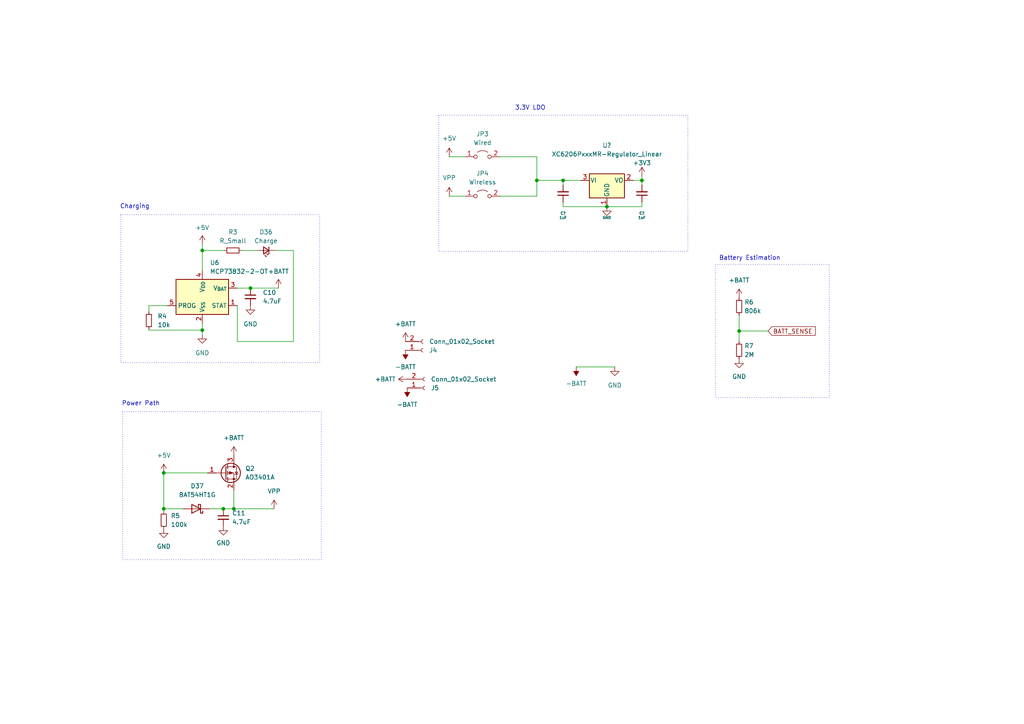
<source format=kicad_sch>
(kicad_sch (version 20230121) (generator eeschema)
  (paper "A4")
  (lib_symbols
    (symbol "+5V_1" (power) (pin_names (offset 0))
      (property "Value" "+5V_1" (at 0 3.556 0))
      (symbol "+5V_1_0_1"
        (polyline (pts (xy -0.762 1.27) (xy 0 2.54)))
        (polyline (pts (xy 0 0) (xy 0 2.54)))
        (polyline (pts (xy 0 2.54) (xy 0.762 1.27)))
      )
      (symbol "+5V_1_1_1"
        (pin power_in line (at 0 0 90) (length 0) hide (name "+5V") (number "1"))
      )
    )
    (symbol "+5V_2" (power) (pin_names (offset 0))
      (property "Value" "+5V_2" (at 0 3.556 0))
      (symbol "+5V_2_0_1"
        (polyline (pts (xy -0.762 1.27) (xy 0 2.54)))
        (polyline (pts (xy 0 0) (xy 0 2.54)))
        (polyline (pts (xy 0 2.54) (xy 0.762 1.27)))
      )
      (symbol "+5V_2_1_1"
        (pin power_in line (at 0 0 90) (length 0) hide (name "+5V") (number "1"))
      )
    )
    (symbol "+5V_3" (power) (pin_names (offset 0))
      (property "Value" "+5V_3" (at 0 3.556 0))
      (symbol "+5V_3_0_1"
        (polyline (pts (xy -0.762 1.27) (xy 0 2.54)))
        (polyline (pts (xy 0 0) (xy 0 2.54)))
        (polyline (pts (xy 0 2.54) (xy 0.762 1.27)))
      )
      (symbol "+5V_3_1_1"
        (pin power_in line (at 0 0 90) (length 0) hide (name "+5V") (number "1"))
      )
    )
    (symbol "Battery_Management:MCP73832-2-OT"
      (property "Reference" "U" (at -7.62 6.35 0))
      (property "Value" "MCP73832-2-OT" (at 1.27 6.35 0))
      (symbol "MCP73832-2-OT_0_1"
        (rectangle (start -7.62 5.08) (end 7.62 -5.08) (stroke (width 0.254)) (fill (type background)))
      )
      (symbol "MCP73832-2-OT_1_1"
        (pin output line (at 10.16 -2.54 180) (length 2.54) (name "STAT") (number "1"))
        (pin power_in line (at 0 -7.62 90) (length 2.54) (name "V_{SS}") (number "2"))
        (pin power_out line (at 10.16 2.54 180) (length 2.54) (name "V_{BAT}") (number "3"))
        (pin power_in line (at 0 7.62 270) (length 2.54) (name "V_{DD}") (number "4"))
        (pin input line (at -10.16 -2.54 0) (length 2.54) (name "PROG") (number "5"))
      )
    )
    (symbol "Connector:Conn_01x02_Socket" (pin_names (offset 1.016) hide)
      (property "Reference" "J" (at 0 2.54 0))
      (property "Value" "Conn_01x02_Socket" (at 0 -5.08 0))
      (symbol "Conn_01x02_Socket_1_1"
        (arc (start 0 -2.032) (mid -0.5058 -2.54) (end 0 -3.048) (stroke (width 0.1524)))
        (polyline (pts (xy -1.27 -2.54) (xy -0.508 -2.54)) (stroke (width 0.1524)))
        (polyline (pts (xy -1.27 0) (xy -0.508 0)) (stroke (width 0.1524)))
        (arc (start 0 0.508) (mid -0.5058 0) (end 0 -0.508) (stroke (width 0.1524)))
        (pin passive line (at -5.08 0 0) (length 3.81) (name "Pin_1") (number "1"))
        (pin passive line (at -5.08 -2.54 0) (length 3.81) (name "Pin_2") (number "2"))
      )
    )
    (symbol "Device:C_Small" (pin_numbers hide) (pin_names (offset 0.254) hide)
      (property "Reference" "C" (at 0.254 1.778 0))
      (property "Value" "C_Small" (at 0.254 -2.032 0))
      (symbol "C_Small_0_1"
        (polyline (pts (xy -1.524 -0.508) (xy 1.524 -0.508)) (stroke (width 0.3302)))
        (polyline (pts (xy -1.524 0.508) (xy 1.524 0.508)) (stroke (width 0.3048)))
      )
      (symbol "C_Small_1_1"
        (pin passive line (at 0 2.54 270) (length 2.032) (name "~") (number "1"))
        (pin passive line (at 0 -2.54 90) (length 2.032) (name "~") (number "2"))
      )
    )
    (symbol "Device:D_Schottky" (pin_numbers hide) (pin_names (offset 1.016) hide)
      (property "Reference" "D" (at 0 2.54 0))
      (property "Value" "D_Schottky" (at 0 -2.54 0))
      (symbol "D_Schottky_0_1"
        (polyline (pts (xy 1.27 0) (xy -1.27 0)))
        (polyline (pts (xy 1.27 1.27) (xy 1.27 -1.27) (xy -1.27 0) (xy 1.27 1.27)) (stroke (width 0.254)))
        (polyline (pts (xy -1.905 0.635) (xy -1.905 1.27) (xy -1.27 1.27) (xy -1.27 -1.27) (xy -0.635 -1.27) (xy -0.635 -0.635)) (stroke (width 0.254)))
      )
      (symbol "D_Schottky_1_1"
        (pin passive line (at -3.81 0 0) (length 2.54) (name "K") (number "1"))
        (pin passive line (at 3.81 0 180) (length 2.54) (name "A") (number "2"))
      )
    )
    (symbol "Device:LED_Small" (pin_numbers hide) (pin_names (offset 0.254) hide)
      (property "Reference" "D" (at -1.27 3.175 0))
      (property "Value" "LED_Small" (at -4.445 -2.54 0))
      (symbol "LED_Small_0_1"
        (polyline (pts (xy -0.762 -1.016) (xy -0.762 1.016)) (stroke (width 0.254)))
        (polyline (pts (xy 1.016 0) (xy -0.762 0)))
        (polyline (pts (xy 0.762 -1.016) (xy -0.762 0) (xy 0.762 1.016) (xy 0.762 -1.016)) (stroke (width 0.254)))
        (polyline (pts (xy 0 0.762) (xy -0.508 1.27) (xy -0.254 1.27) (xy -0.508 1.27) (xy -0.508 1.016)))
        (polyline (pts (xy 0.508 1.27) (xy 0 1.778) (xy 0.254 1.778) (xy 0 1.778) (xy 0 1.524)))
      )
      (symbol "LED_Small_1_1"
        (pin passive line (at -2.54 0 0) (length 1.778) (name "K") (number "1"))
        (pin passive line (at 2.54 0 180) (length 1.778) (name "A") (number "2"))
      )
    )
    (symbol "Device:R_Small" (pin_numbers hide) (pin_names (offset 0.254) hide)
      (property "Reference" "R" (at 0.762 0.508 0))
      (property "Value" "R_Small" (at 0.762 -1.016 0))
      (symbol "R_Small_0_1"
        (rectangle (start -0.762 1.778) (end 0.762 -1.778) (stroke (width 0.2032)))
      )
      (symbol "R_Small_1_1"
        (pin passive line (at 0 2.54 270) (length 0.762) (name "~") (number "1"))
        (pin passive line (at 0 -2.54 90) (length 0.762) (name "~") (number "2"))
      )
    )
    (symbol "Jumper:Jumper_2_Open" (pin_names (offset 0) hide)
      (property "Reference" "JP" (at 0 2.794 0))
      (property "Value" "Jumper_2_Open" (at 0 -2.286 0))
      (symbol "Jumper_2_Open_0_0"
        (circle (center -2.032 0) (radius 0.508))
        (circle (center 2.032 0) (radius 0.508))
      )
      (symbol "Jumper_2_Open_0_1"
        (arc (start 1.524 1.27) (mid 0 1.778) (end -1.524 1.27))
      )
      (symbol "Jumper_2_Open_1_1"
        (pin passive line (at -5.08 0 0) (length 2.54) (name "A") (number "1"))
        (pin passive line (at 5.08 0 180) (length 2.54) (name "B") (number "2"))
      )
    )
    (symbol "Transistor_FET:AO3401A" (pin_names hide)
      (property "Reference" "Q" (at 5.08 1.905 0))
      (property "Value" "AO3401A" (at 5.08 0 0))
      (symbol "AO3401A_0_1"
        (polyline (pts (xy 0.254 0) (xy -2.54 0)))
        (polyline (pts (xy 0.254 1.905) (xy 0.254 -1.905)) (stroke (width 0.254)))
        (polyline (pts (xy 0.762 -1.27) (xy 0.762 -2.286)) (stroke (width 0.254)))
        (polyline (pts (xy 0.762 0.508) (xy 0.762 -0.508)) (stroke (width 0.254)))
        (polyline (pts (xy 0.762 2.286) (xy 0.762 1.27)) (stroke (width 0.254)))
        (polyline (pts (xy 2.54 2.54) (xy 2.54 1.778)))
        (polyline (pts (xy 2.54 -2.54) (xy 2.54 0) (xy 0.762 0)))
        (polyline (pts (xy 0.762 1.778) (xy 3.302 1.778) (xy 3.302 -1.778) (xy 0.762 -1.778)))
        (polyline (pts (xy 2.286 0) (xy 1.27 0.381) (xy 1.27 -0.381) (xy 2.286 0)) (fill (type outline)))
        (polyline (pts (xy 2.794 -0.508) (xy 2.921 -0.381) (xy 3.683 -0.381) (xy 3.81 -0.254)))
        (polyline (pts (xy 3.302 -0.381) (xy 2.921 0.254) (xy 3.683 0.254) (xy 3.302 -0.381)))
        (circle (center 1.651 0) (radius 2.794) (stroke (width 0.254)))
        (circle (center 2.54 -1.778) (radius 0.254) (fill (type outline)))
        (circle (center 2.54 1.778) (radius 0.254) (fill (type outline)))
      )
      (symbol "AO3401A_1_1"
        (pin input line (at -5.08 0 0) (length 2.54) (name "G") (number "1"))
        (pin passive line (at 2.54 -5.08 90) (length 2.54) (name "S") (number "2"))
        (pin passive line (at 2.54 5.08 270) (length 2.54) (name "D") (number "3"))
      )
    )
    (symbol "kicad-keyboard-parts:XC6206PxxxMR-Regulator_Linear" (pin_names (offset 0.254))
      (property "Reference" "U" (at -3.81 3.175 0))
      (property "Value" "XC6206PxxxMR-Regulator_Linear" (at 0 3.175 0))
      (property "LCSC" "C5446" (at 0 0 0))
      (symbol "XC6206PxxxMR-Regulator_Linear_0_1"
        (rectangle (start -5.08 1.905) (end 5.08 -5.08) (stroke (width 0.254)) (fill (type background)))
      )
      (symbol "XC6206PxxxMR-Regulator_Linear_1_1"
        (pin power_in line (at 0 -7.62 90) (length 2.54) (name "GND") (number "1"))
        (pin power_out line (at 7.62 0 180) (length 2.54) (name "VO") (number "2"))
        (pin power_in line (at -7.62 0 0) (length 2.54) (name "VI") (number "3"))
      )
    )
    (symbol "power:+3V3" (power) (pin_names (offset 0))
      (property "Value" "+3V3" (at 0 3.556 0))
      (symbol "+3V3_0_1"
        (polyline (pts (xy -0.762 1.27) (xy 0 2.54)))
        (polyline (pts (xy 0 0) (xy 0 2.54)))
        (polyline (pts (xy 0 2.54) (xy 0.762 1.27)))
      )
      (symbol "+3V3_1_1"
        (pin power_in line (at 0 0 90) (length 0) hide (name "+3V3") (number "1"))
      )
    )
    (symbol "power:+BATT" (power) (pin_names (offset 0))
      (property "Value" "+BATT" (at 0 3.556 0))
      (symbol "+BATT_0_1"
        (polyline (pts (xy -0.762 1.27) (xy 0 2.54)))
        (polyline (pts (xy 0 0) (xy 0 2.54)))
        (polyline (pts (xy 0 2.54) (xy 0.762 1.27)))
      )
      (symbol "+BATT_1_1"
        (pin power_in line (at 0 0 90) (length 0) hide (name "+BATT") (number "1"))
      )
    )
    (symbol "power:-BATT" (power) (pin_names (offset 0))
      (property "Value" "-BATT" (at 0 3.556 0))
      (symbol "-BATT_0_1"
        (polyline (pts (xy 0 0) (xy 0 2.54)))
        (polyline (pts (xy 0.762 1.27) (xy -0.762 1.27) (xy 0 2.54) (xy 0.762 1.27)) (fill (type outline)))
      )
      (symbol "-BATT_1_1"
        (pin power_in line (at 0 0 90) (length 0) hide (name "-BATT") (number "1"))
      )
    )
    (symbol "power:GND" (power) (pin_names (offset 0))
      (property "Value" "GND" (at 0 -3.81 0))
      (symbol "GND_0_1"
        (polyline (pts (xy 0 0) (xy 0 -1.27) (xy 1.27 -1.27) (xy 0 -2.54) (xy -1.27 -1.27) (xy 0 -1.27)))
      )
      (symbol "GND_1_1"
        (pin power_in line (at 0 0 270) (length 0) hide (name "GND") (number "1"))
      )
    )
    (symbol "power:VPP" (power) (pin_names (offset 0))
      (property "Value" "VPP" (at 0 3.81 0))
      (symbol "VPP_0_1"
        (polyline (pts (xy -0.762 1.27) (xy 0 2.54)))
        (polyline (pts (xy 0 0) (xy 0 2.54)))
        (polyline (pts (xy 0 2.54) (xy 0.762 1.27)))
      )
      (symbol "VPP_1_1"
        (pin power_in line (at 0 0 90) (length 0) hide (name "VPP") (number "1"))
      )
    )
  )
  (junction (at 58.674 72.644))
  (junction (at 186.182 52.324))
  (junction (at 163.322 52.324))
  (junction (at 64.77 147.574))
  (junction (at 47.498 137.16))
  (junction (at 176.022 59.944) (diameter 0.9144))
  (junction (at 47.498 147.574))
  (junction (at 155.702 52.324))
  (junction (at 58.674 95.758))
  (junction (at 72.644 83.566))
  (junction (at 214.376 96.012))
  (junction (at 67.818 147.574))
  (wire (pts (xy 79.756 72.644) (xy 85.09 72.644)))
  (wire (pts (xy 72.644 83.566) (xy 80.772 83.566)))
  (wire (pts (xy 68.834 99.06) (xy 85.09 99.06)))
  (wire (pts (xy 186.182 58.674) (xy 186.182 59.944)))
  (wire (pts (xy 43.18 95.758) (xy 58.674 95.758)))
  (wire (pts (xy 64.77 147.574) (xy 67.818 147.574)))
  (wire (pts (xy 58.674 72.644) (xy 58.674 78.486)))
  (wire (pts (xy 155.702 56.896) (xy 155.702 52.324)))
  (wire (pts (xy 47.498 147.574) (xy 47.498 148.336)))
  (wire (pts (xy 130.302 56.896) (xy 134.874 56.896)))
  (wire (pts (xy 70.104 72.644) (xy 74.676 72.644)))
  (wire (pts (xy 163.322 58.674) (xy 163.322 59.944)))
  (wire (pts (xy 85.09 99.06) (xy 85.09 72.644)))
  (wire (pts (xy 43.18 88.646) (xy 48.514 88.646)))
  (wire (pts (xy 155.702 45.466) (xy 155.702 52.324)))
  (wire (pts (xy 145.034 56.896) (xy 155.702 56.896)))
  (wire (pts (xy 60.706 147.574) (xy 64.77 147.574)))
  (wire (pts (xy 58.674 72.644) (xy 65.024 72.644)))
  (wire (pts (xy 214.376 96.012) (xy 222.758 96.012)))
  (wire (pts (xy 155.702 52.324) (xy 163.322 52.324)))
  (wire (pts (xy 183.642 52.324) (xy 186.182 52.324)))
  (wire (pts (xy 163.322 52.324) (xy 168.402 52.324)))
  (wire (pts (xy 167.132 106.426) (xy 178.308 106.426)))
  (wire (pts (xy 68.834 88.646) (xy 68.834 99.06)))
  (wire (pts (xy 176.022 59.944) (xy 163.322 59.944)))
  (wire (pts (xy 47.498 137.16) (xy 60.198 137.16)))
  (wire (pts (xy 58.674 95.758) (xy 58.674 97.028)))
  (wire (pts (xy 214.376 96.012) (xy 214.376 99.06)))
  (wire (pts (xy 47.498 137.16) (xy 47.498 147.574)))
  (wire (pts (xy 58.674 93.726) (xy 58.674 95.758)))
  (wire (pts (xy 47.498 147.574) (xy 53.086 147.574)))
  (wire (pts (xy 43.18 90.424) (xy 43.18 88.646)))
  (wire (pts (xy 163.322 52.324) (xy 163.322 53.594)))
  (wire (pts (xy 130.302 45.466) (xy 134.874 45.466)))
  (wire (pts (xy 68.834 83.566) (xy 72.644 83.566)))
  (wire (pts (xy 58.674 70.866) (xy 58.674 72.644)))
  (wire (pts (xy 67.818 147.574) (xy 67.818 142.24)))
  (wire (pts (xy 186.182 51.054) (xy 186.182 52.324)))
  (wire (pts (xy 67.818 147.574) (xy 79.502 147.574)))
  (wire (pts (xy 214.376 91.44) (xy 214.376 96.012)))
  (wire (pts (xy 145.034 45.466) (xy 155.702 45.466)))
  (wire (pts (xy 176.022 59.944) (xy 186.182 59.944)))
  (wire (pts (xy 186.182 52.324) (xy 186.182 53.594)))
  (wire (pts (xy 43.18 95.504) (xy 43.18 95.758)))
  (rectangle (start 207.518 76.708) (end 240.538 115.316) (stroke (width 0) (type dot)))
  (rectangle (start 35.052 62.23) (end 92.71 105.156) (stroke (width 0) (type dot)))
  (rectangle (start 35.56 119.38) (end 93.218 162.306) (stroke (width 0) (type dot)))
  (rectangle (start 127.254 33.401) (end 199.517 72.898) (stroke (width 0) (type dot)))
  (text "Power Path" (at 35.306 117.856 0) (effects (font (size 1.27 1.27)) (justify left bottom)))
  (text "3.3V LDO" (at 149.352 32.131 0) (effects (font (size 1.27 1.27)) (justify left bottom)))
  (text "Battery Estimation" (at 208.534 75.692 0) (effects (font (size 1.27 1.27)) (justify left bottom)))
  (text "Charging" (at 34.798 60.706 0) (effects (font (size 1.27 1.27)) (justify left bottom)))
  (global_label "BATT_SENSE" (shape input) (at 222.758 96.012 0) (property "Intersheetrefs" "${INTERSHEET_REFS}" (effects hide)))
  (symbol (lib_id "Device:R_Small") (at 43.18 92.964 0) (unit 1)
    (property "Reference" "R4" (at 45.72 91.694 0) (effects (justify left)))
    (property "Value" "10k" (at 45.72 94.234 0) (effects (justify left)))
    (property "Footprint" "Resistor_SMD:R_0805_2012Metric" (effects hide))
  )
  (symbol (lib_id "power:GND") (at 72.644 88.646 0) (unit 1)
    (property "Reference" "#PWR027" (effects hide))
    (property "Value" "GND" (at 72.644 93.98 0))
  )
  (symbol (lib_id "power:+BATT") (at 118.11 109.982 90) (unit 1)
    (property "Reference" "#PWR036" (effects hide))
    (property "Value" "+BATT" (at 114.808 109.982 90) (effects (justify left)))
  )
  (symbol (lib_id "power:+BATT") (at 67.818 132.08 0) (unit 1)
    (property "Reference" "#PWR031" (effects hide))
    (property "Value" "+BATT" (at 67.818 127 0))
  )
  (symbol (lib_id "power:+BATT") (at 214.376 86.36 0) (unit 1)
    (property "Reference" "#PWR043" (effects hide))
    (property "Value" "+BATT" (at 214.376 81.28 0))
  )
  (symbol (lib_id "Device:D_Schottky") (at 56.896 147.574 180) (unit 1)
    (property "Reference" "D37" (at 57.2135 140.97 0))
    (property "Value" "BAT54HT1G" (at 57.2135 143.51 0))
    (property "Footprint" "Diode_SMD:D_SOD-323" (effects hide))
  )
  (symbol (lib_id "power:GND") (at 47.498 153.416 0) (unit 1)
    (property "Reference" "#PWR029" (effects hide))
    (property "Value" "GND" (at 47.498 158.496 0))
  )
  (symbol (lib_id "Connector:Conn_01x02_Socket") (at 123.19 112.522 0) (mirror x) (unit 1)
    (property "Reference" "J5" (at 124.968 112.522 0) (effects (justify left)))
    (property "Value" "Conn_01x02_Socket" (at 124.968 109.982 0) (effects (justify left)))
    (property "Footprint" "Connector_PinHeader_2.54mm:PinHeader_1x02_P2.54mm_Vertical" (effects hide))
  )
  (symbol (lib_id "Device:R_Small") (at 67.564 72.644 90) (unit 1)
    (property "Reference" "R3" (at 67.564 67.31 90))
    (property "Value" "R_Small" (at 67.564 69.85 90))
    (property "Footprint" "Resistor_SMD:R_0805_2012Metric" (effects hide))
  )
  (symbol (lib_id "Device:R_Small") (at 47.498 150.876 0) (unit 1)
    (property "Reference" "R5" (at 49.53 149.606 0) (effects (justify left)))
    (property "Value" "100k" (at 49.53 152.146 0) (effects (justify left)))
    (property "Footprint" "Resistor_SMD:R_0805_2012Metric" (effects hide))
  )
  (symbol (lib_id "Device:C_Small") (at 64.77 150.114 0) (unit 1)
    (property "Reference" "C11" (at 67.31 148.8503 0) (effects (justify left)))
    (property "Value" "4.7uF" (at 67.31 151.3903 0) (effects (justify left)))
    (property "Footprint" "Capacitor_SMD:C_0805_2012Metric" (effects hide))
  )
  (symbol (lib_id "Transistor_FET:AO3401A") (at 65.278 137.16 0) (unit 1)
    (property "Reference" "Q2" (at 71.12 135.89 0) (effects (justify left)))
    (property "Value" "AO3401A" (at 71.12 138.43 0) (effects (justify left)))
    (property "Footprint" "Package_TO_SOT_SMD:SOT-23" (effects hide))
    (property "Datasheet" "http://www.aosmd.com/pdfs/datasheet/AO3401A.pdf" (effects hide))
  )
  (symbol (lib_id "power:VPP") (at 79.502 147.574 0) (unit 1)
    (property "Reference" "#PWR030" (effects hide))
    (property "Value" "VPP" (at 79.502 142.494 0))
  )
  (symbol (lib_id "Device:C_Small") (at 72.644 86.106 0) (unit 1)
    (property "Reference" "C10" (at 76.2 84.8423 0) (effects (justify left)))
    (property "Value" "4.7uF" (at 76.2 87.3823 0) (effects (justify left)))
    (property "Footprint" "Capacitor_SMD:C_0805_2012Metric" (effects hide))
  )
  (symbol (lib_id "kicad-keyboard-parts:XC6206PxxxMR-Regulator_Linear") (at 176.022 52.324 0) (unit 1)
    (property "Reference" "U?" (at 176.022 42.164 0))
    (property "Value" "XC6206PxxxMR-Regulator_Linear" (at 176.022 44.704 0))
    (property "Footprint" "Package_TO_SOT_SMD:SOT-23" (effects hide))
    (property "Datasheet" "https://www.torexsemi.com/file/xc6206/XC6206.pdf" (effects hide))
    (property "LCSC" "C5446" (effects hide))
    (instances (project "TKL" (path "" (reference "U?") (unit 1))) (project "stm32_hotswap_chiffre" (path "" (reference "U3") (unit 1)) (path "" (reference "U3") (unit 1))))
  )
  (symbol (lib_id "Jumper:Jumper_2_Open") (at 139.954 56.896 0) (unit 1)
    (property "Reference" "JP4" (at 139.954 50.292 0))
    (property "Value" "Wireless" (at 139.954 52.832 0))
    (property "Footprint" "Jumper:SolderJumper-2_P1.3mm_Open_TrianglePad1.0x1.5mm" (effects hide))
  )
  (symbol (lib_id "power:-BATT") (at 118.11 112.522 180) (unit 1)
    (property "Reference" "#PWR037" (effects hide))
    (property "Value" "-BATT" (at 118.11 117.348 0))
  )
  (symbol (lib_id "power:+3V3") (at 186.182 51.054 0) (unit 1)
    (property "Reference" "#PWR021" (effects hide))
    (property "Value" "+3V3" (at 186.182 47.244 0))
    (instances (project "stm32_hotswap_chiffre" (path "" (reference "#PWR021") (unit 1)) (path "" (reference "#PWR020") (unit 1))))
  )
  (symbol (lib_id "power:GND") (at 58.674 97.028 0) (unit 1)
    (property "Reference" "#PWR023" (effects hide))
    (property "Value" "GND" (at 58.674 102.362 0))
  )
  (symbol (lib_id "Device:R_Small") (at 214.376 101.6 0) (unit 1)
    (property "Reference" "R7" (at 215.9 100.33 0) (effects (justify left)))
    (property "Value" "2M" (at 215.9 102.87 0) (effects (justify left)))
    (property "Footprint" "Resistor_SMD:R_0805_2012Metric" (effects hide))
  )
  (symbol (lib_id "power:VPP") (at 130.302 56.896 0) (unit 1)
    (property "Reference" "#PWR034" (effects hide))
    (property "Value" "VPP" (at 130.302 51.562 0))
  )
  (symbol (lib_id "Battery_Management:MCP73832-2-OT") (at 58.674 86.106 0) (unit 1)
    (property "Reference" "U6" (at 60.8681 76.2 0) (effects (justify left)))
    (property "Value" "MCP73832-2-OT" (at 60.8681 78.74 0) (effects (justify left)))
    (property "Footprint" "Package_TO_SOT_SMD:SOT-23-5" (effects hide))
    (property "Datasheet" "http://ww1.microchip.com/downloads/en/DeviceDoc/20001984g.pdf" (effects hide))
  )
  (symbol (lib_id "power:-BATT") (at 167.132 106.426 180) (unit 1)
    (property "Reference" "#PWR039" (effects hide))
    (property "Value" "-BATT" (at 167.132 111.252 0))
  )
  (symbol (lib_id "Device:R_Small") (at 214.376 88.9 0) (unit 1)
    (property "Reference" "R6" (at 215.9 87.63 0) (effects (justify left)))
    (property "Value" "806k" (at 215.9 90.17 0) (effects (justify left)))
    (property "Footprint" "Resistor_SMD:R_0805_2012Metric" (effects hide))
  )
  (symbol (lib_name "+5V_1") (lib_id "power:+5V") (at 58.674 70.866 0) (unit 1)
    (property "Reference" "#PWR026" (effects hide))
    (property "Value" "+5V" (at 58.674 66.04 0))
  )
  (symbol (lib_id "Device:C_Small") (at 163.322 56.134 180) (unit 1)
    (property "Reference" "C?" (at 163.322 61.849 0) (effects (font (size 0.762 0.762))))
    (property "Value" "1uF" (at 163.322 63.119 0) (effects (font (size 0.762 0.762))))
    (property "Footprint" "Capacitor_SMD:C_0805_2012Metric" (effects hide))
    (property "LCSC" "C52923" (effects hide))
    (instances (project "TKL" (path "" (reference "C?") (unit 1))) (project "stm32_hotswap_chiffre" (path "" (reference "C11") (unit 1)) (path "" (reference "C7") (unit 1))))
  )
  (symbol (lib_id "power:GND") (at 64.77 152.654 0) (unit 1)
    (property "Reference" "#PWR021" (effects hide))
    (property "Value" "GND" (at 64.77 157.48 0))
  )
  (symbol (lib_id "power:GND") (at 176.022 59.944 0) (unit 1)
    (property "Reference" "#PWR?" (effects hide))
    (property "Value" "GND" (at 176.022 63.119 0) (effects (font (size 0.762 0.762))))
    (instances (project "TKL" (path "" (reference "#PWR?") (unit 1))) (project "stm32_hotswap_chiffre" (path "" (reference "#PWR023") (unit 1)) (path "" (reference "#PWR022") (unit 1))))
  )
  (symbol (lib_id "Connector:Conn_01x02_Socket") (at 122.682 101.6 0) (mirror x) (unit 1)
    (property "Reference" "J4" (at 124.46 101.6 0) (effects (justify left)))
    (property "Value" "Conn_01x02_Socket" (at 124.46 99.06 0) (effects (justify left)))
    (property "Footprint" "Connector_JST:JST_SH_BM02B-SRSS-TB_1x02-1MP_P1.00mm_Vertical" (effects hide))
  )
  (symbol (lib_id "power:+BATT") (at 80.772 83.566 0) (unit 1)
    (property "Reference" "#PWR032" (effects hide))
    (property "Value" "+BATT" (at 80.772 78.74 0))
  )
  (symbol (lib_id "Device:C_Small") (at 186.182 56.134 180) (unit 1)
    (property "Reference" "C?" (at 186.182 61.849 0) (effects (font (size 0.762 0.762))))
    (property "Value" "1uF" (at 186.182 63.119 0) (effects (font (size 0.762 0.762))))
    (property "Footprint" "Capacitor_SMD:C_0805_2012Metric" (effects hide))
    (property "LCSC" "C52923" (effects hide))
    (instances (project "TKL" (path "" (reference "C?") (unit 1))) (project "stm32_hotswap_chiffre" (path "" (reference "C12") (unit 1)) (path "" (reference "C9") (unit 1))))
  )
  (symbol (lib_id "power:-BATT") (at 117.602 101.6 180) (unit 1)
    (property "Reference" "#PWR038" (effects hide))
    (property "Value" "-BATT" (at 117.602 106.426 0))
  )
  (symbol (lib_id "power:GND") (at 178.308 106.426 0) (unit 1)
    (property "Reference" "#PWR040" (effects hide))
    (property "Value" "GND" (at 178.308 111.76 0))
  )
  (symbol (lib_id "Device:LED_Small") (at 77.216 72.644 180) (unit 1)
    (property "Reference" "D36" (at 77.1525 67.31 0))
    (property "Value" "Charge" (at 77.1525 69.85 0))
    (property "Footprint" "LED_SMD:LED_0805_2012Metric" (effects hide))
  )
  (symbol (lib_id "Jumper:Jumper_2_Open") (at 139.954 45.466 0) (unit 1)
    (property "Reference" "JP3" (at 139.954 38.862 0))
    (property "Value" "Wired" (at 139.954 41.402 0))
    (property "Footprint" "Jumper:SolderJumper-2_P1.3mm_Open_TrianglePad1.0x1.5mm" (effects hide))
  )
  (symbol (lib_id "power:+BATT") (at 117.602 99.06 0) (unit 1)
    (property "Reference" "#PWR035" (effects hide))
    (property "Value" "+BATT" (at 117.602 93.98 0))
  )
  (symbol (lib_name "+5V_2") (lib_id "power:+5V") (at 47.498 137.16 0) (unit 1)
    (property "Reference" "#PWR028" (effects hide))
    (property "Value" "+5V" (at 47.498 132.08 0))
  )
  (symbol (lib_id "power:GND") (at 214.376 104.14 0) (unit 1)
    (property "Reference" "#PWR044" (effects hide))
    (property "Value" "GND" (at 214.376 109.22 0))
  )
  (symbol (lib_name "+5V_3") (lib_id "power:+5V") (at 130.302 45.466 0) (unit 1)
    (property "Reference" "#PWR033" (effects hide))
    (property "Value" "+5V" (at 130.302 40.132 0))
  )
)
</source>
